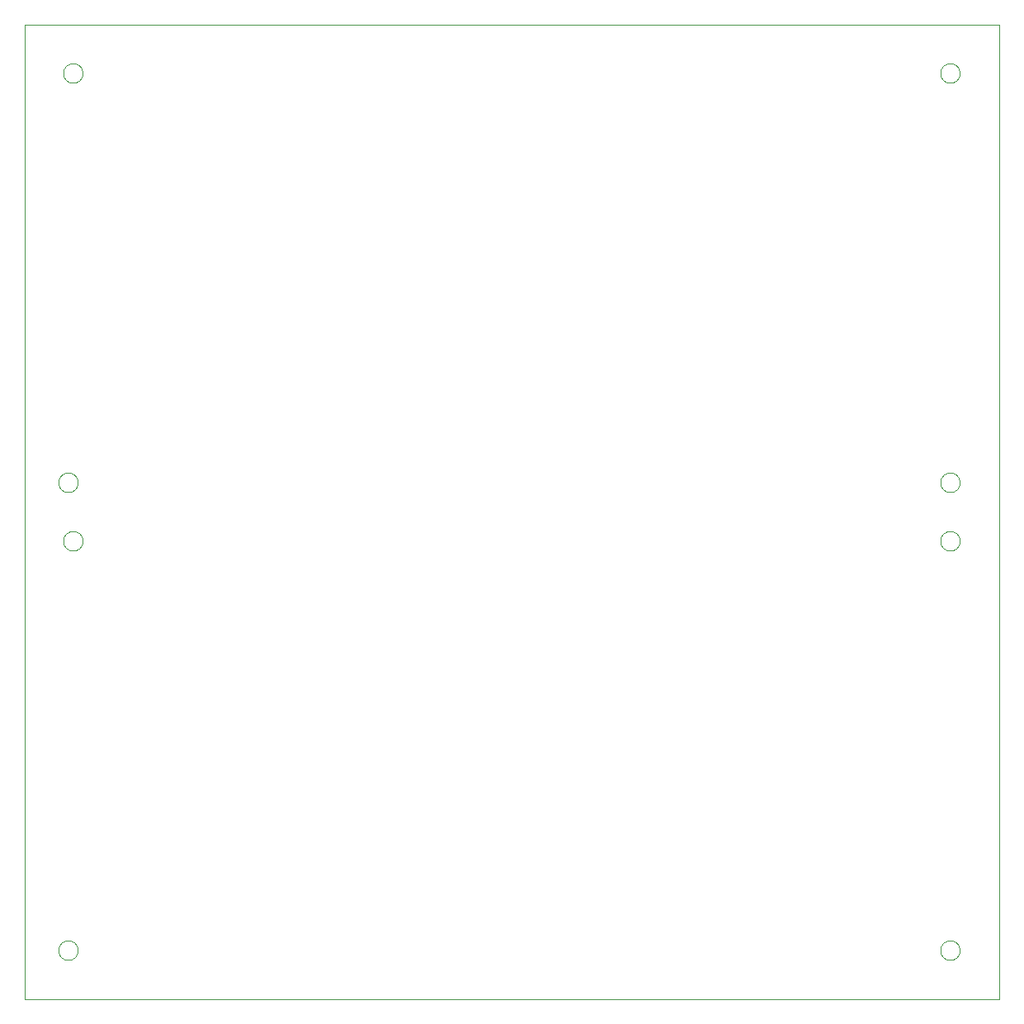
<source format=gbr>
G04 #@! TF.GenerationSoftware,KiCad,Pcbnew,(5.1.2)-1*
G04 #@! TF.CreationDate,2019-07-16T10:56:38+01:00*
G04 #@! TF.ProjectId,Reference_voltage,52656665-7265-46e6-9365-5f766f6c7461,rev?*
G04 #@! TF.SameCoordinates,Original*
G04 #@! TF.FileFunction,Profile,NP*
%FSLAX46Y46*%
G04 Gerber Fmt 4.6, Leading zero omitted, Abs format (unit mm)*
G04 Created by KiCad (PCBNEW (5.1.2)-1) date 2019-07-16 10:56:38*
%MOMM*%
%LPD*%
G04 APERTURE LIST*
%ADD10C,0.050000*%
G04 APERTURE END LIST*
D10*
X191000000Y-98000000D02*
G75*
G03X191000000Y-98000000I-1000000J0D01*
G01*
X101000000Y-98000000D02*
G75*
G03X101000000Y-98000000I-1000000J0D01*
G01*
X100500000Y-140000000D02*
G75*
G03X100500000Y-140000000I-1000000J0D01*
G01*
X191000000Y-140000000D02*
G75*
G03X191000000Y-140000000I-1000000J0D01*
G01*
X101000000Y-50000000D02*
G75*
G03X101000000Y-50000000I-1000000J0D01*
G01*
X191000000Y-50000000D02*
G75*
G03X191000000Y-50000000I-1000000J0D01*
G01*
X191000000Y-92000000D02*
G75*
G03X191000000Y-92000000I-1000000J0D01*
G01*
X100500000Y-92000000D02*
G75*
G03X100500000Y-92000000I-1000000J0D01*
G01*
X195000000Y-145000000D02*
X95000000Y-145000000D01*
X195000000Y-45000000D02*
X195000000Y-145000000D01*
X95000000Y-45000000D02*
X195000000Y-45000000D01*
X95000000Y-145000000D02*
X95000000Y-45000000D01*
M02*

</source>
